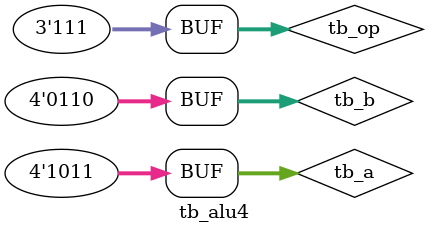
<source format=v>
`timescale 1ns/100ps //

module tb_alu4;

	reg [3:0] tb_a, tb_b; //input
	reg [2:0] tb_op; //opcode
	wire [3:0] tb_result; //result
	wire tb_c, tb_n, tb_z, tb_v; //flags
	
	alu4 U0_alu4(.a(tb_a), .b(tb_b), .op(tb_op), .result(tb_result), .c(tb_c), .n(tb_n), .z(tb_z), .v(tb_v)); //4bit alu is worked. 
	
	initial
		begin	//start self checking testbench
		tb_a=4'b1011; tb_b=4'b0110; tb_op=3'b000; #10;
		//if any result is not satisfied, error is printed.
		if(tb_result!==4'b1111 || tb_c!=0 || tb_n!=1 || tb_z!=0 || tb_v!=1) $display("000 failed");
		tb_op=3'b001; #10;
		
		if(tb_result!==4'b0000 || tb_c!=0 || tb_n!=1 || tb_z!=0 || tb_v!=1) $display("001 failed");
		tb_op=3'b010; #10;
		
		if(tb_result!==4'b0000 || tb_c!=0 || tb_n!=1 || tb_z!=0 || tb_v!=1) $display("010 failed");
		tb_op=3'b011; #10;
		
		if(tb_result!==4'b1111 || tb_c!=0 || tb_n!=1 || tb_z!=0 || tb_v!=1) $display("011 failed");
		tb_op=3'b100; #10;
		
		if(tb_result!==4'b1111 || tb_c!=0 || tb_n!=1 || tb_z!=0 || tb_v!=1) $display("100 failed");
		tb_op=3'b101; #10;
		
		if(tb_result!==4'b0000 || tb_c!=0 || tb_n!=1 || tb_z!=0 || tb_v!=1) $display("101 failed");
		tb_op=3'b110; #10;
		
		if(tb_result!==4'b1111 || tb_c!=0 || tb_n!=1 || tb_z!=0 || tb_v!=1) $display("110 failed");
		tb_op=3'b111; #10;
		
		if(tb_result!==4'b0001 || tb_c!=0 || tb_n!=1 || tb_z!=0 || tb_v!=1) $display("111 failed");
		
		end
endmodule

</source>
